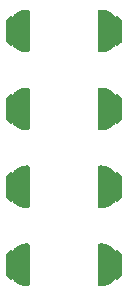
<source format=gbr>
%TF.GenerationSoftware,KiCad,Pcbnew,(6.0.0)*%
%TF.CreationDate,2022-12-15T23:51:33-05:00*%
%TF.ProjectId,Adafruit LED Sequin-WithRails,41646166-7275-4697-9420-4c4544205365,rev?*%
%TF.SameCoordinates,Original*%
%TF.FileFunction,Soldermask,Bot*%
%TF.FilePolarity,Negative*%
%FSLAX46Y46*%
G04 Gerber Fmt 4.6, Leading zero omitted, Abs format (unit mm)*
G04 Created by KiCad (PCBNEW (6.0.0)) date 2022-12-15 23:51:33*
%MOMM*%
%LPD*%
G01*
G04 APERTURE LIST*
%ADD10C,0.500000*%
G04 APERTURE END LIST*
D10*
%TO.C,REF\u002A\u002A*%
X45536719Y-57600002D03*
%TD*%
%TO.C,REF\u002A\u002A*%
X54463274Y-70800011D03*
%TD*%
%TO.C,REF\u002A\u002A*%
X54599000Y-69800010D03*
%TD*%
%TO.C,REF\u002A\u002A*%
X54463270Y-57600002D03*
%TD*%
%TO.C,REF\u002A\u002A*%
X54463263Y-68800011D03*
%TD*%
%TO.C,REF\u002A\u002A*%
X45536717Y-64200006D03*
%TD*%
%TO.C,REF\u002A\u002A*%
X45536721Y-55600002D03*
%TD*%
%TO.C,REF\u002A\u002A*%
X45536721Y-50999998D03*
%TD*%
%TO.C,REF\u002A\u002A*%
X54599000Y-63200006D03*
%TD*%
%TO.C,REF\u002A\u002A*%
X54463268Y-50999998D03*
%TD*%
%TO.C,REF\u002A\u002A*%
X45536723Y-62200006D03*
%TD*%
%TO.C,REF\u002A\u002A*%
X45400997Y-63200006D03*
%TD*%
%TO.C,REF\u002A\u002A*%
X54598997Y-49999998D03*
%TD*%
%TO.C,REF\u002A\u002A*%
X54463270Y-48999998D03*
%TD*%
%TO.C,REF\u002A\u002A*%
X45536726Y-68800011D03*
%TD*%
%TO.C,REF\u002A\u002A*%
X45400997Y-56600002D03*
%TD*%
%TO.C,REF\u002A\u002A*%
X54463266Y-62200006D03*
%TD*%
%TO.C,REF\u002A\u002A*%
X54463272Y-64200006D03*
%TD*%
%TO.C,REF\u002A\u002A*%
X54599000Y-56600002D03*
%TD*%
%TO.C,REF\u002A\u002A*%
X45536715Y-70800011D03*
%TD*%
%TO.C,REF\u002A\u002A*%
X45400997Y-69800010D03*
%TD*%
%TO.C,REF\u002A\u002A*%
X45536719Y-48999998D03*
%TD*%
%TO.C,REF\u002A\u002A*%
X45400997Y-49999998D03*
%TD*%
%TO.C,REF\u002A\u002A*%
X54463268Y-55600002D03*
%TD*%
G36*
X47042116Y-48218998D02*
G01*
X47088609Y-48272654D01*
X47099995Y-48324996D01*
X47099995Y-51675000D01*
X47079993Y-51743121D01*
X47026337Y-51789614D01*
X46973995Y-51801000D01*
X46801668Y-51801000D01*
X46798361Y-51800957D01*
X46729986Y-51799162D01*
X46723410Y-51798817D01*
X46656858Y-51793581D01*
X46650296Y-51792891D01*
X46584131Y-51784181D01*
X46577615Y-51783149D01*
X46511929Y-51770975D01*
X46505473Y-51769603D01*
X46440580Y-51754022D01*
X46434211Y-51752315D01*
X46370207Y-51733356D01*
X46363931Y-51731317D01*
X46301046Y-51709047D01*
X46294890Y-51706684D01*
X46233180Y-51681123D01*
X46227154Y-51678440D01*
X46166962Y-51649730D01*
X46161086Y-51646736D01*
X46102414Y-51614881D01*
X46096700Y-51611582D01*
X46039788Y-51576707D01*
X46034256Y-51573114D01*
X45979199Y-51535275D01*
X45973861Y-51531397D01*
X45920927Y-51490779D01*
X45915798Y-51486626D01*
X45865058Y-51443288D01*
X45860161Y-51438879D01*
X45811761Y-51392952D01*
X45807093Y-51388284D01*
X45761098Y-51339815D01*
X45756683Y-51334911D01*
X45713343Y-51284164D01*
X45709192Y-51279038D01*
X45668555Y-51226077D01*
X45664680Y-51220743D01*
X45626901Y-51165775D01*
X45623307Y-51160241D01*
X45588411Y-51103295D01*
X45585114Y-51097585D01*
X45553280Y-51038956D01*
X45550286Y-51033080D01*
X45542306Y-51016350D01*
X45531322Y-51004094D01*
X45516927Y-50999998D01*
X45225995Y-50999998D01*
X45157874Y-50979996D01*
X45111381Y-50926340D01*
X45099995Y-50873998D01*
X45099995Y-49125998D01*
X45119997Y-49057877D01*
X45173653Y-49011384D01*
X45225995Y-48999998D01*
X45516388Y-48999998D01*
X45532174Y-48995363D01*
X45542071Y-48984131D01*
X45550283Y-48966917D01*
X45553276Y-48961044D01*
X45585110Y-48902413D01*
X45588407Y-48896702D01*
X45623283Y-48839787D01*
X45626875Y-48834255D01*
X45664677Y-48779250D01*
X45668556Y-48773912D01*
X45709193Y-48720952D01*
X45713342Y-48715827D01*
X45756690Y-48665070D01*
X45761105Y-48660167D01*
X45807041Y-48611759D01*
X45811706Y-48607094D01*
X45860132Y-48561138D01*
X45865033Y-48556725D01*
X45915796Y-48513367D01*
X45920924Y-48509214D01*
X45973869Y-48468587D01*
X45979204Y-48464711D01*
X46034206Y-48426907D01*
X46039742Y-48423312D01*
X46096695Y-48388412D01*
X46102408Y-48385113D01*
X46161090Y-48353252D01*
X46166970Y-48350257D01*
X46227193Y-48321534D01*
X46233217Y-48318852D01*
X46294909Y-48293299D01*
X46301069Y-48290934D01*
X46363968Y-48268662D01*
X46370241Y-48266624D01*
X46434252Y-48247664D01*
X46440623Y-48245957D01*
X46505475Y-48230388D01*
X46511923Y-48229017D01*
X46577561Y-48216850D01*
X46584077Y-48215818D01*
X46650261Y-48207103D01*
X46656822Y-48206414D01*
X46723348Y-48201177D01*
X46729937Y-48200831D01*
X46798353Y-48199039D01*
X46801652Y-48198996D01*
X46973995Y-48198996D01*
X47042116Y-48218998D01*
G37*
G36*
X47042115Y-61419015D02*
G01*
X47088608Y-61472670D01*
X47099995Y-61525013D01*
X47099995Y-64875001D01*
X47079993Y-64943122D01*
X47026337Y-64989615D01*
X46973994Y-65001001D01*
X46801620Y-65001000D01*
X46798345Y-65000957D01*
X46730017Y-64999180D01*
X46723410Y-64998835D01*
X46656858Y-64993599D01*
X46650296Y-64992909D01*
X46584131Y-64984199D01*
X46577615Y-64983167D01*
X46511933Y-64970994D01*
X46505480Y-64969623D01*
X46440622Y-64954052D01*
X46434252Y-64952345D01*
X46370241Y-64933385D01*
X46363968Y-64931347D01*
X46301067Y-64909074D01*
X46294905Y-64906709D01*
X46233179Y-64881141D01*
X46227151Y-64878457D01*
X46166910Y-64849722D01*
X46161034Y-64846727D01*
X46102366Y-64814872D01*
X46096652Y-64811573D01*
X46039750Y-64776702D01*
X46034220Y-64773111D01*
X45979255Y-64735335D01*
X45973917Y-64731457D01*
X45920909Y-64690782D01*
X45915781Y-64686629D01*
X45865033Y-64643284D01*
X45860132Y-64638871D01*
X45811714Y-64592923D01*
X45807050Y-64588259D01*
X45761135Y-64539874D01*
X45756724Y-64534975D01*
X45713379Y-64484227D01*
X45709225Y-64479097D01*
X45668551Y-64426089D01*
X45664673Y-64420751D01*
X45626876Y-64365754D01*
X45623283Y-64360222D01*
X45588407Y-64303307D01*
X45585111Y-64297597D01*
X45553281Y-64238975D01*
X45550286Y-64233098D01*
X45542301Y-64216358D01*
X45531319Y-64204103D01*
X45516922Y-64200006D01*
X45225995Y-64200006D01*
X45157874Y-64180004D01*
X45111381Y-64126348D01*
X45099995Y-64074006D01*
X45099995Y-62326006D01*
X45119997Y-62257885D01*
X45173653Y-62211392D01*
X45225995Y-62200006D01*
X45516393Y-62200006D01*
X45532178Y-62195371D01*
X45542077Y-62184138D01*
X45550279Y-62166943D01*
X45553272Y-62161069D01*
X45585110Y-62102431D01*
X45588407Y-62096720D01*
X45623283Y-62039805D01*
X45626876Y-62034273D01*
X45664673Y-61979276D01*
X45668551Y-61973938D01*
X45709225Y-61920930D01*
X45713379Y-61915800D01*
X45756724Y-61865052D01*
X45761137Y-61860151D01*
X45807085Y-61811733D01*
X45811749Y-61807069D01*
X45860134Y-61761154D01*
X45865033Y-61756743D01*
X45915781Y-61713398D01*
X45920909Y-61709245D01*
X45973917Y-61668570D01*
X45979255Y-61664692D01*
X46034220Y-61626916D01*
X46039750Y-61623325D01*
X46096652Y-61588454D01*
X46102366Y-61585155D01*
X46161034Y-61553300D01*
X46166910Y-61550305D01*
X46227151Y-61521570D01*
X46233179Y-61518886D01*
X46294905Y-61493318D01*
X46301067Y-61490953D01*
X46363968Y-61468680D01*
X46370241Y-61466642D01*
X46434252Y-61447682D01*
X46440622Y-61445975D01*
X46505480Y-61430404D01*
X46511933Y-61429033D01*
X46577615Y-61416860D01*
X46584131Y-61415828D01*
X46650296Y-61407118D01*
X46656858Y-61406428D01*
X46723410Y-61401192D01*
X46729995Y-61400847D01*
X46798352Y-61399057D01*
X46801649Y-61399014D01*
X46973994Y-61399013D01*
X47042115Y-61419015D01*
G37*
G36*
X47042116Y-54819007D02*
G01*
X47088609Y-54872663D01*
X47099995Y-54925005D01*
X47099995Y-58275000D01*
X47079993Y-58343121D01*
X47026337Y-58389614D01*
X46973995Y-58401000D01*
X46801645Y-58401000D01*
X46798354Y-58400957D01*
X46730002Y-58399171D01*
X46723410Y-58398826D01*
X46656858Y-58393590D01*
X46650296Y-58392900D01*
X46584131Y-58384190D01*
X46577615Y-58383158D01*
X46511933Y-58370985D01*
X46505480Y-58369614D01*
X46440622Y-58354043D01*
X46434252Y-58352336D01*
X46370241Y-58333376D01*
X46363968Y-58331338D01*
X46301067Y-58309065D01*
X46294905Y-58306700D01*
X46233179Y-58281132D01*
X46227151Y-58278448D01*
X46166910Y-58249713D01*
X46161034Y-58246718D01*
X46102366Y-58214863D01*
X46096652Y-58211564D01*
X46039750Y-58176693D01*
X46034220Y-58173102D01*
X45979255Y-58135326D01*
X45973917Y-58131448D01*
X45920909Y-58090773D01*
X45915781Y-58086620D01*
X45865033Y-58043275D01*
X45860132Y-58038862D01*
X45811714Y-57992914D01*
X45807050Y-57988250D01*
X45761135Y-57939865D01*
X45756724Y-57934966D01*
X45713379Y-57884218D01*
X45709225Y-57879088D01*
X45668551Y-57826080D01*
X45664673Y-57820742D01*
X45626876Y-57765745D01*
X45623283Y-57760213D01*
X45588407Y-57703298D01*
X45585110Y-57697587D01*
X45553276Y-57638956D01*
X45550283Y-57633083D01*
X45542303Y-57616354D01*
X45531320Y-57604099D01*
X45516924Y-57600002D01*
X45225995Y-57600002D01*
X45157874Y-57580000D01*
X45111381Y-57526344D01*
X45099995Y-57474002D01*
X45099995Y-55726002D01*
X45119997Y-55657881D01*
X45173653Y-55611388D01*
X45225995Y-55600002D01*
X45516390Y-55600002D01*
X45532177Y-55595367D01*
X45542074Y-55584135D01*
X45550286Y-55566920D01*
X45553280Y-55561045D01*
X45585111Y-55502421D01*
X45588407Y-55496711D01*
X45623283Y-55439796D01*
X45626876Y-55434264D01*
X45664673Y-55379267D01*
X45668551Y-55373929D01*
X45709225Y-55320921D01*
X45713379Y-55315791D01*
X45756724Y-55265043D01*
X45761137Y-55260142D01*
X45807085Y-55211724D01*
X45811749Y-55207060D01*
X45860134Y-55161145D01*
X45865033Y-55156734D01*
X45915796Y-55113376D01*
X45920924Y-55109223D01*
X45973869Y-55068596D01*
X45979204Y-55064720D01*
X46034206Y-55026916D01*
X46039742Y-55023321D01*
X46096695Y-54988421D01*
X46102408Y-54985122D01*
X46161085Y-54953264D01*
X46166962Y-54950270D01*
X46227158Y-54921558D01*
X46233182Y-54918876D01*
X46294843Y-54893334D01*
X46301000Y-54890970D01*
X46363936Y-54868681D01*
X46370213Y-54866642D01*
X46434252Y-54847673D01*
X46440626Y-54845965D01*
X46505514Y-54830388D01*
X46511967Y-54829016D01*
X46577622Y-54816849D01*
X46584135Y-54815818D01*
X46650258Y-54807113D01*
X46656815Y-54806424D01*
X46723347Y-54801186D01*
X46729937Y-54800840D01*
X46798352Y-54799048D01*
X46801651Y-54799005D01*
X46973995Y-54799005D01*
X47042116Y-54819007D01*
G37*
G36*
X53201637Y-54799043D02*
G01*
X53270061Y-54800840D01*
X53276642Y-54801186D01*
X53343174Y-54806424D01*
X53349731Y-54807113D01*
X53415854Y-54815818D01*
X53422367Y-54816849D01*
X53488022Y-54829016D01*
X53494475Y-54830388D01*
X53559363Y-54845965D01*
X53565737Y-54847673D01*
X53629776Y-54866642D01*
X53636053Y-54868681D01*
X53698989Y-54890970D01*
X53705146Y-54893334D01*
X53766807Y-54918876D01*
X53772831Y-54921558D01*
X53833027Y-54950270D01*
X53838904Y-54953264D01*
X53897581Y-54985122D01*
X53903294Y-54988421D01*
X53960240Y-55023317D01*
X53965774Y-55026911D01*
X54020742Y-55064690D01*
X54026076Y-55068565D01*
X54079037Y-55109202D01*
X54084163Y-55113352D01*
X54134920Y-55156700D01*
X54139823Y-55161115D01*
X54188229Y-55207049D01*
X54192896Y-55211716D01*
X54238891Y-55260185D01*
X54243306Y-55265089D01*
X54286646Y-55315836D01*
X54290797Y-55320962D01*
X54331434Y-55373923D01*
X54335309Y-55379257D01*
X54373088Y-55434225D01*
X54376682Y-55439759D01*
X54411578Y-55496705D01*
X54414875Y-55502415D01*
X54446709Y-55561044D01*
X54449703Y-55566920D01*
X54457683Y-55583650D01*
X54468667Y-55595906D01*
X54483062Y-55600002D01*
X54773995Y-55600002D01*
X54842116Y-55620004D01*
X54888609Y-55673660D01*
X54899995Y-55726002D01*
X54899995Y-57474002D01*
X54879993Y-57542123D01*
X54826337Y-57588616D01*
X54773995Y-57600002D01*
X54483601Y-57600002D01*
X54467815Y-57604637D01*
X54457918Y-57615869D01*
X54449706Y-57633083D01*
X54446713Y-57638956D01*
X54414876Y-57697592D01*
X54411578Y-57703304D01*
X54376682Y-57760250D01*
X54373088Y-57765784D01*
X54335309Y-57820752D01*
X54331434Y-57826086D01*
X54290797Y-57879047D01*
X54286647Y-57884173D01*
X54243299Y-57934930D01*
X54238884Y-57939833D01*
X54192950Y-57988239D01*
X54188283Y-57992906D01*
X54139820Y-58038895D01*
X54134920Y-58043307D01*
X54084190Y-58086636D01*
X54079062Y-58090788D01*
X54026128Y-58131406D01*
X54020790Y-58135284D01*
X53965733Y-58173123D01*
X53960201Y-58176716D01*
X53903289Y-58211591D01*
X53897575Y-58214890D01*
X53838903Y-58246745D01*
X53833027Y-58249739D01*
X53772835Y-58278449D01*
X53766809Y-58281132D01*
X53705099Y-58306693D01*
X53698943Y-58309056D01*
X53636058Y-58331326D01*
X53629782Y-58333365D01*
X53565778Y-58352324D01*
X53559409Y-58354031D01*
X53494516Y-58369612D01*
X53488061Y-58370984D01*
X53422377Y-58383158D01*
X53415861Y-58384190D01*
X53349731Y-58392896D01*
X53343174Y-58393585D01*
X53276642Y-58398823D01*
X53270052Y-58399169D01*
X53201636Y-58400961D01*
X53198337Y-58401004D01*
X53025995Y-58401004D01*
X52957874Y-58381002D01*
X52911381Y-58327346D01*
X52899995Y-58275004D01*
X52899995Y-54925000D01*
X52919997Y-54856879D01*
X52973653Y-54810386D01*
X53025995Y-54799000D01*
X53198329Y-54799000D01*
X53201637Y-54799043D01*
G37*
G36*
X47042115Y-68019024D02*
G01*
X47088608Y-68072679D01*
X47099995Y-68125022D01*
X47099995Y-71475001D01*
X47079993Y-71543122D01*
X47026337Y-71589615D01*
X46973994Y-71601001D01*
X46801636Y-71601000D01*
X46798378Y-71600958D01*
X46730015Y-71599189D01*
X46723392Y-71598843D01*
X46656865Y-71593609D01*
X46650299Y-71592919D01*
X46584072Y-71584199D01*
X46577559Y-71583167D01*
X46511974Y-71571012D01*
X46505524Y-71569641D01*
X46440633Y-71554064D01*
X46434258Y-71552356D01*
X46370253Y-71533397D01*
X46363979Y-71531359D01*
X46301003Y-71509058D01*
X46294843Y-71506693D01*
X46233182Y-71481151D01*
X46227158Y-71478469D01*
X46166962Y-71449757D01*
X46161085Y-71446763D01*
X46102408Y-71414905D01*
X46096695Y-71411606D01*
X46039742Y-71376706D01*
X46034206Y-71373111D01*
X45979219Y-71335317D01*
X45973886Y-71331442D01*
X45920945Y-71290820D01*
X45915819Y-71286670D01*
X45865068Y-71243326D01*
X45860166Y-71238912D01*
X45811760Y-71192978D01*
X45807093Y-71188311D01*
X45761098Y-71139842D01*
X45756683Y-71134938D01*
X45713343Y-71084191D01*
X45709192Y-71079065D01*
X45668555Y-71026104D01*
X45664680Y-71020770D01*
X45626901Y-70965802D01*
X45623307Y-70960268D01*
X45588411Y-70903322D01*
X45585113Y-70897611D01*
X45553272Y-70838968D01*
X45550279Y-70833093D01*
X45542298Y-70816362D01*
X45531317Y-70804108D01*
X45516920Y-70800011D01*
X45225995Y-70800011D01*
X45157874Y-70780009D01*
X45111381Y-70726353D01*
X45099995Y-70674011D01*
X45099995Y-68926011D01*
X45119997Y-68857890D01*
X45173653Y-68811397D01*
X45225995Y-68800011D01*
X45516395Y-68800011D01*
X45532180Y-68795376D01*
X45542079Y-68784143D01*
X45550279Y-68766952D01*
X45553272Y-68761077D01*
X45585113Y-68702434D01*
X45588411Y-68696723D01*
X45623307Y-68639777D01*
X45626901Y-68634243D01*
X45664680Y-68579275D01*
X45668555Y-68573941D01*
X45709192Y-68520980D01*
X45713343Y-68515854D01*
X45756683Y-68465107D01*
X45761098Y-68460203D01*
X45807093Y-68411734D01*
X45811760Y-68407067D01*
X45860166Y-68361133D01*
X45865068Y-68356719D01*
X45915819Y-68313375D01*
X45920945Y-68309224D01*
X45973877Y-68268609D01*
X45979213Y-68264733D01*
X46034255Y-68226904D01*
X46039788Y-68223311D01*
X46096700Y-68188436D01*
X46102414Y-68185137D01*
X46161086Y-68153282D01*
X46166962Y-68150288D01*
X46227154Y-68121578D01*
X46233180Y-68118895D01*
X46294890Y-68093334D01*
X46301046Y-68090971D01*
X46363931Y-68068701D01*
X46370207Y-68066662D01*
X46434201Y-68047706D01*
X46440573Y-68045998D01*
X46505526Y-68030404D01*
X46511981Y-68029032D01*
X46577624Y-68016867D01*
X46584138Y-68015836D01*
X46650293Y-68007127D01*
X46656853Y-68006437D01*
X46723363Y-68001203D01*
X46729948Y-68000858D01*
X46798351Y-67999066D01*
X46801650Y-67999023D01*
X46973994Y-67999022D01*
X47042115Y-68019024D01*
G37*
G36*
X53201646Y-48199043D02*
G01*
X53270046Y-48200831D01*
X53276642Y-48201177D01*
X53343174Y-48206415D01*
X53349731Y-48207104D01*
X53415854Y-48215809D01*
X53422367Y-48216840D01*
X53488022Y-48229007D01*
X53494475Y-48230379D01*
X53559363Y-48245956D01*
X53565737Y-48247664D01*
X53629776Y-48266633D01*
X53636053Y-48268672D01*
X53698989Y-48290961D01*
X53705146Y-48293325D01*
X53766807Y-48318867D01*
X53772831Y-48321549D01*
X53833027Y-48350261D01*
X53838904Y-48353255D01*
X53897581Y-48385113D01*
X53903294Y-48388412D01*
X53960240Y-48423308D01*
X53965774Y-48426902D01*
X54020742Y-48464681D01*
X54026076Y-48468556D01*
X54079037Y-48509193D01*
X54084163Y-48513343D01*
X54134920Y-48556691D01*
X54139823Y-48561106D01*
X54188229Y-48607040D01*
X54192896Y-48611707D01*
X54238891Y-48660176D01*
X54243306Y-48665080D01*
X54286646Y-48715827D01*
X54290797Y-48720953D01*
X54331434Y-48773914D01*
X54335309Y-48779248D01*
X54373088Y-48834216D01*
X54376682Y-48839750D01*
X54411578Y-48896696D01*
X54414876Y-48902408D01*
X54446713Y-48961044D01*
X54449706Y-48966917D01*
X54457686Y-48983646D01*
X54468669Y-48995901D01*
X54483065Y-48999998D01*
X54773995Y-48999998D01*
X54842116Y-49020000D01*
X54888609Y-49073656D01*
X54899995Y-49125998D01*
X54899995Y-50873998D01*
X54879993Y-50942119D01*
X54826337Y-50988612D01*
X54773995Y-50999998D01*
X54483599Y-50999998D01*
X54467812Y-51004633D01*
X54457915Y-51015865D01*
X54449703Y-51033080D01*
X54446709Y-51038955D01*
X54414878Y-51097579D01*
X54411582Y-51103289D01*
X54376706Y-51160204D01*
X54373113Y-51165736D01*
X54335316Y-51220733D01*
X54331438Y-51226071D01*
X54290764Y-51279079D01*
X54286610Y-51284209D01*
X54243265Y-51334957D01*
X54238852Y-51339858D01*
X54192904Y-51388276D01*
X54188240Y-51392940D01*
X54139855Y-51438855D01*
X54134956Y-51443266D01*
X54084208Y-51486611D01*
X54079080Y-51490764D01*
X54026072Y-51531439D01*
X54020734Y-51535317D01*
X53965769Y-51573093D01*
X53960239Y-51576684D01*
X53903337Y-51611555D01*
X53897623Y-51614854D01*
X53838955Y-51646709D01*
X53833079Y-51649704D01*
X53772838Y-51678439D01*
X53766810Y-51681123D01*
X53705084Y-51706691D01*
X53698922Y-51709056D01*
X53636021Y-51731329D01*
X53629748Y-51733367D01*
X53565737Y-51752327D01*
X53559367Y-51754034D01*
X53494509Y-51769605D01*
X53488056Y-51770976D01*
X53422374Y-51783149D01*
X53415858Y-51784181D01*
X53349693Y-51792891D01*
X53343131Y-51793581D01*
X53276579Y-51798817D01*
X53269994Y-51799162D01*
X53201637Y-51800952D01*
X53198339Y-51800995D01*
X53025995Y-51800995D01*
X52957874Y-51780993D01*
X52911381Y-51727337D01*
X52899995Y-51674995D01*
X52899995Y-48325000D01*
X52919997Y-48256879D01*
X52973653Y-48210386D01*
X53025995Y-48199000D01*
X53198353Y-48199000D01*
X53201646Y-48199043D01*
G37*
G36*
X53201661Y-67999044D02*
G01*
X53270014Y-68000855D01*
X53276560Y-68001199D01*
X53343125Y-68006436D01*
X53349690Y-68007126D01*
X53415909Y-68015845D01*
X53422424Y-68016877D01*
X53488067Y-68029044D01*
X53494521Y-68030416D01*
X53559409Y-68045996D01*
X53565778Y-68047703D01*
X53629782Y-68066662D01*
X53636058Y-68068701D01*
X53698943Y-68090971D01*
X53705099Y-68093334D01*
X53766809Y-68118895D01*
X53772838Y-68121579D01*
X53833079Y-68150314D01*
X53838955Y-68153309D01*
X53897623Y-68185164D01*
X53903337Y-68188463D01*
X53960239Y-68223334D01*
X53965770Y-68226926D01*
X54020742Y-68264708D01*
X54026076Y-68268583D01*
X54079028Y-68309213D01*
X54084156Y-68313366D01*
X54134957Y-68356754D01*
X54139861Y-68361169D01*
X54188283Y-68407121D01*
X54192948Y-68411786D01*
X54238884Y-68460194D01*
X54243299Y-68465097D01*
X54286647Y-68515854D01*
X54290797Y-68520980D01*
X54331434Y-68573941D01*
X54335309Y-68579275D01*
X54373088Y-68634243D01*
X54376682Y-68639777D01*
X54411578Y-68696723D01*
X54414877Y-68702436D01*
X54446739Y-68761120D01*
X54449733Y-68766998D01*
X54457679Y-68783658D01*
X54468660Y-68795913D01*
X54483059Y-68800011D01*
X54773995Y-68800011D01*
X54842116Y-68820013D01*
X54888609Y-68873669D01*
X54899995Y-68926011D01*
X54899995Y-70674011D01*
X54879993Y-70742132D01*
X54826337Y-70788625D01*
X54773995Y-70800011D01*
X54483605Y-70800011D01*
X54467820Y-70804646D01*
X54457921Y-70815879D01*
X54449710Y-70833093D01*
X54446717Y-70838967D01*
X54414879Y-70897605D01*
X54411582Y-70903316D01*
X54376706Y-70960231D01*
X54373113Y-70965763D01*
X54335316Y-71020760D01*
X54331438Y-71026098D01*
X54290764Y-71079106D01*
X54286610Y-71084236D01*
X54243265Y-71134984D01*
X54238852Y-71139885D01*
X54192904Y-71188303D01*
X54188240Y-71192967D01*
X54139859Y-71238878D01*
X54134957Y-71243291D01*
X54084156Y-71286679D01*
X54079028Y-71290832D01*
X54026076Y-71331462D01*
X54020742Y-71335337D01*
X53965770Y-71373119D01*
X53960239Y-71376711D01*
X53903337Y-71411582D01*
X53897623Y-71414881D01*
X53838955Y-71446736D01*
X53833079Y-71449731D01*
X53772838Y-71478466D01*
X53766809Y-71481150D01*
X53705099Y-71506711D01*
X53698943Y-71509074D01*
X53636058Y-71531344D01*
X53629782Y-71533383D01*
X53565778Y-71552342D01*
X53559409Y-71554049D01*
X53494521Y-71569629D01*
X53488067Y-71571001D01*
X53422424Y-71583168D01*
X53415909Y-71584200D01*
X53349690Y-71592919D01*
X53343124Y-71593609D01*
X53276578Y-71598844D01*
X53269994Y-71599189D01*
X53201637Y-71600979D01*
X53198338Y-71601022D01*
X53025994Y-71601021D01*
X52957874Y-71581019D01*
X52911381Y-71527363D01*
X52899995Y-71475021D01*
X52899995Y-68125001D01*
X52919997Y-68056880D01*
X52973653Y-68010387D01*
X53025994Y-67999001D01*
X53198323Y-67999000D01*
X53201661Y-67999044D01*
G37*
G36*
X53201668Y-61399044D02*
G01*
X53269999Y-61400846D01*
X53276560Y-61401190D01*
X53343125Y-61406427D01*
X53349690Y-61407117D01*
X53415909Y-61415836D01*
X53422425Y-61416868D01*
X53488065Y-61429035D01*
X53494514Y-61430406D01*
X53559366Y-61445975D01*
X53565738Y-61447682D01*
X53629735Y-61466638D01*
X53636010Y-61468677D01*
X53698986Y-61490978D01*
X53705146Y-61493343D01*
X53766807Y-61518885D01*
X53772831Y-61521567D01*
X53833027Y-61550279D01*
X53838903Y-61553273D01*
X53897575Y-61585128D01*
X53903289Y-61588427D01*
X53960201Y-61623302D01*
X53965733Y-61626895D01*
X54020790Y-61664734D01*
X54026128Y-61668612D01*
X54079062Y-61709230D01*
X54084191Y-61713383D01*
X54134931Y-61756721D01*
X54139828Y-61761130D01*
X54188228Y-61807057D01*
X54192896Y-61811725D01*
X54238891Y-61860194D01*
X54243306Y-61865098D01*
X54286646Y-61915845D01*
X54290797Y-61920971D01*
X54331434Y-61973932D01*
X54335309Y-61979266D01*
X54373088Y-62034234D01*
X54376682Y-62039768D01*
X54411578Y-62096714D01*
X54414876Y-62102425D01*
X54446717Y-62161068D01*
X54449710Y-62166943D01*
X54457682Y-62183655D01*
X54468663Y-62195909D01*
X54483060Y-62200006D01*
X54773995Y-62200006D01*
X54842116Y-62220008D01*
X54888609Y-62273664D01*
X54899995Y-62326006D01*
X54899995Y-64074006D01*
X54879993Y-64142127D01*
X54826337Y-64188620D01*
X54773995Y-64200006D01*
X54483603Y-64200006D01*
X54467817Y-64204641D01*
X54457919Y-64215873D01*
X54449703Y-64233098D01*
X54446708Y-64238976D01*
X54414875Y-64297603D01*
X54411578Y-64303313D01*
X54376682Y-64360259D01*
X54373088Y-64365793D01*
X54335309Y-64420761D01*
X54331434Y-64426095D01*
X54290797Y-64479056D01*
X54286647Y-64484182D01*
X54243299Y-64534939D01*
X54238884Y-64539842D01*
X54192950Y-64588248D01*
X54188283Y-64592915D01*
X54139820Y-64638904D01*
X54134920Y-64643316D01*
X54084190Y-64686645D01*
X54079062Y-64690797D01*
X54026128Y-64731415D01*
X54020790Y-64735293D01*
X53965733Y-64773132D01*
X53960201Y-64776725D01*
X53903289Y-64811600D01*
X53897575Y-64814899D01*
X53838903Y-64846754D01*
X53833027Y-64849748D01*
X53772835Y-64878458D01*
X53766809Y-64881141D01*
X53705099Y-64906702D01*
X53698943Y-64909065D01*
X53636058Y-64931335D01*
X53629782Y-64933374D01*
X53565778Y-64952333D01*
X53559409Y-64954040D01*
X53494516Y-64969621D01*
X53488061Y-64970993D01*
X53422377Y-64983167D01*
X53415861Y-64984199D01*
X53349731Y-64992905D01*
X53343174Y-64993594D01*
X53276642Y-64998832D01*
X53270052Y-64999178D01*
X53201636Y-65000970D01*
X53198336Y-65001013D01*
X53025994Y-65001012D01*
X52957874Y-64981010D01*
X52911381Y-64927354D01*
X52899995Y-64875012D01*
X52899995Y-61525001D01*
X52919997Y-61456880D01*
X52973653Y-61410387D01*
X53025994Y-61399001D01*
X53198345Y-61399000D01*
X53201668Y-61399044D01*
G37*
M02*

</source>
